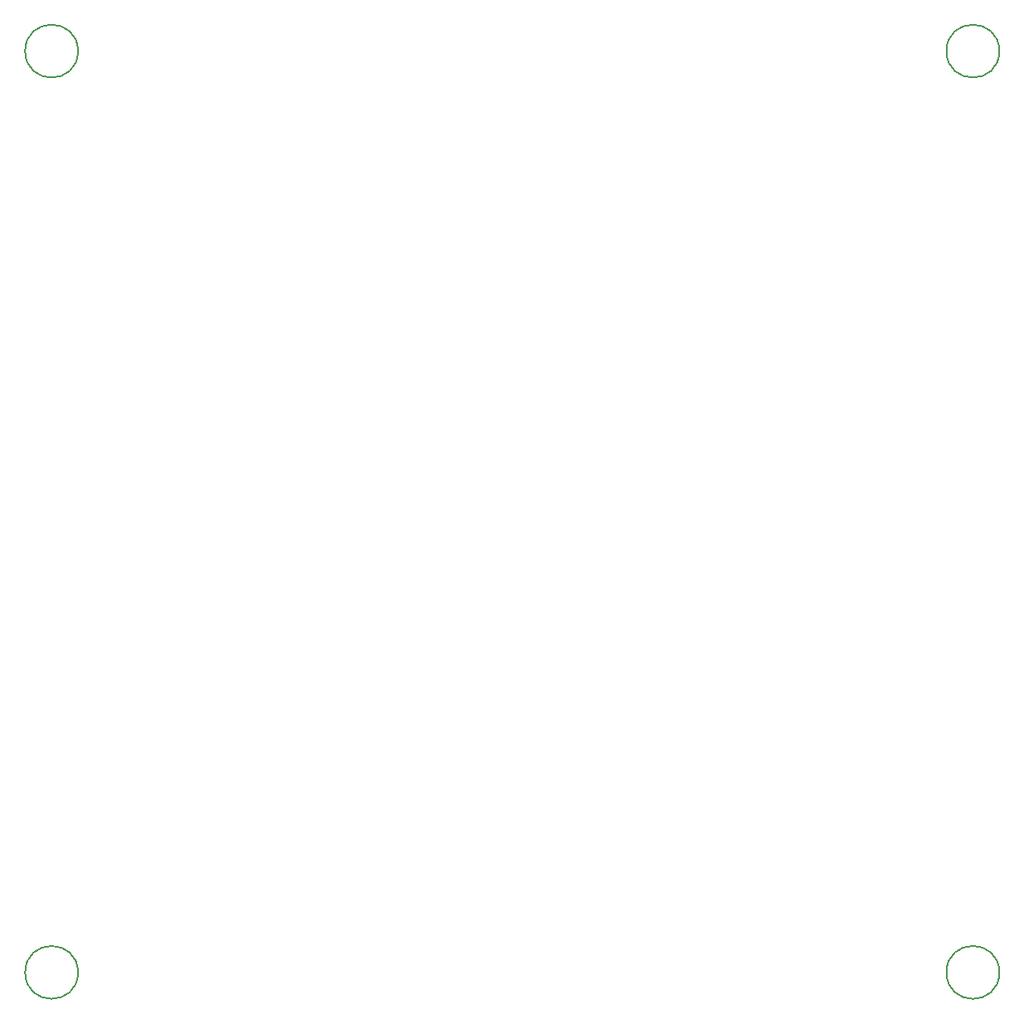
<source format=gbr>
G04 #@! TF.GenerationSoftware,KiCad,Pcbnew,5.1.2-f72e74a~84~ubuntu18.04.1*
G04 #@! TF.CreationDate,2019-05-06T19:06:46+08:00*
G04 #@! TF.ProjectId,printer-board,7072696e-7465-4722-9d62-6f6172642e6b,rev?*
G04 #@! TF.SameCoordinates,Original*
G04 #@! TF.FileFunction,Other,Comment*
%FSLAX46Y46*%
G04 Gerber Fmt 4.6, Leading zero omitted, Abs format (unit mm)*
G04 Created by KiCad (PCBNEW 5.1.2-f72e74a~84~ubuntu18.04.1) date 2019-05-06 19:06:46*
%MOMM*%
%LPD*%
G04 APERTURE LIST*
%ADD10C,0.150000*%
G04 APERTURE END LIST*
D10*
X5700000Y-97000000D02*
G75*
G03X5700000Y-97000000I-2700000J0D01*
G01*
X99700000Y-97000000D02*
G75*
G03X99700000Y-97000000I-2700000J0D01*
G01*
X5700000Y-3000000D02*
G75*
G03X5700000Y-3000000I-2700000J0D01*
G01*
X99700000Y-3000000D02*
G75*
G03X99700000Y-3000000I-2700000J0D01*
G01*
M02*

</source>
